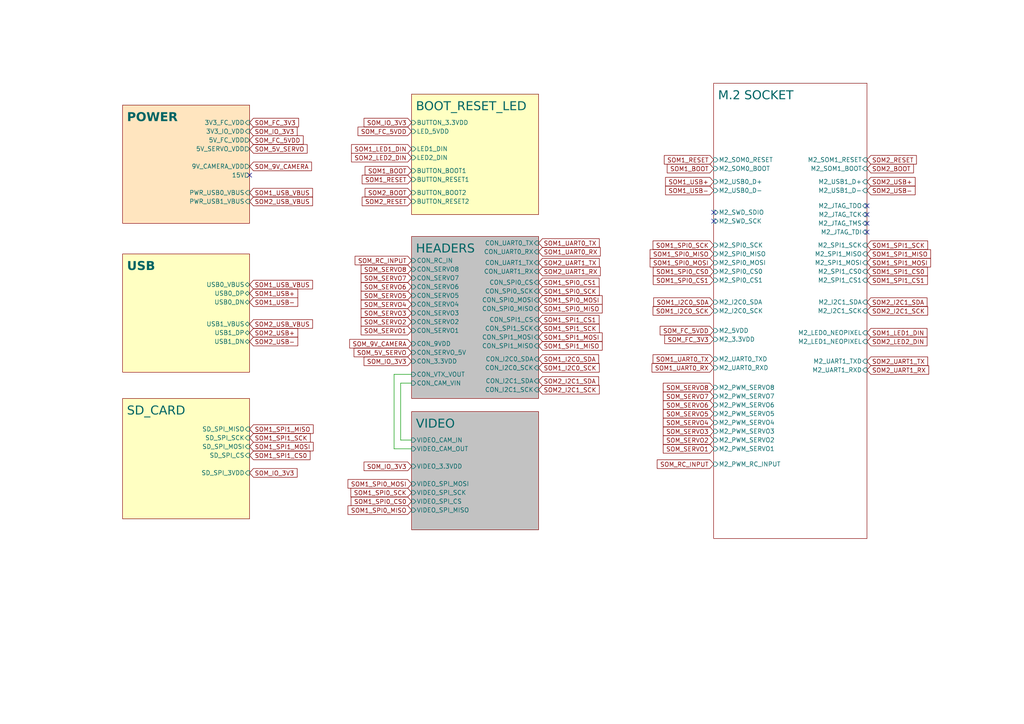
<source format=kicad_sch>
(kicad_sch
	(version 20231120)
	(generator "eeschema")
	(generator_version "8.0")
	(uuid "5f2bc0b3-3222-4ac4-baca-7f43b47f8a71")
	(paper "A4")
	(lib_symbols)
	(no_connect
		(at 251.46 67.31)
		(uuid "185d4b54-24f7-4a76-9b8e-9ceb286f5bbf")
	)
	(no_connect
		(at 251.46 64.77)
		(uuid "29193982-aeb2-456e-b5bf-946ed093683e")
	)
	(no_connect
		(at 72.39 50.8)
		(uuid "453870c0-d112-4f96-9ee5-3f5e309df49d")
	)
	(no_connect
		(at 251.46 62.23)
		(uuid "5763ee81-6829-489a-b473-e330d6585964")
	)
	(no_connect
		(at 207.01 64.135)
		(uuid "62ea4b98-bb28-48ef-a25c-0a90603f829c")
	)
	(no_connect
		(at 251.46 59.69)
		(uuid "ab89a9ad-6c11-4f83-b8da-56503ff24095")
	)
	(no_connect
		(at 207.01 61.595)
		(uuid "d8367ffe-8cc6-4b91-add4-2b5fc8d2f109")
	)
	(wire
		(pts
			(xy 114.3 130.175) (xy 119.38 130.175)
		)
		(stroke
			(width 0)
			(type default)
		)
		(uuid "3f9d68b2-4b8d-41f4-833c-39665e975116")
	)
	(wire
		(pts
			(xy 116.205 127.635) (xy 116.205 111.125)
		)
		(stroke
			(width 0)
			(type default)
		)
		(uuid "5b3fa21a-da9f-49a6-b7ec-64524068297d")
	)
	(wire
		(pts
			(xy 119.38 127.635) (xy 116.205 127.635)
		)
		(stroke
			(width 0)
			(type default)
		)
		(uuid "8e6efabd-cf60-4761-8e91-a97b684bc78f")
	)
	(wire
		(pts
			(xy 116.205 111.125) (xy 119.38 111.125)
		)
		(stroke
			(width 0)
			(type default)
		)
		(uuid "908a9871-734f-48d3-b0fb-68600881c8f4")
	)
	(wire
		(pts
			(xy 114.3 108.585) (xy 114.3 130.175)
		)
		(stroke
			(width 0)
			(type default)
		)
		(uuid "968e7cb5-da42-42f7-99cf-0acebc4163bc")
	)
	(wire
		(pts
			(xy 119.38 108.585) (xy 114.3 108.585)
		)
		(stroke
			(width 0)
			(type default)
		)
		(uuid "d353baff-c67a-4841-9959-589770023431")
	)
	(global_label "SOM1_UART0_TX"
		(shape input)
		(at 207.01 104.14 180)
		(fields_autoplaced yes)
		(effects
			(font
				(size 1.27 1.27)
			)
			(justify right)
		)
		(uuid "007bcf7f-1c7c-4ff9-8a22-c9323d1c05ff")
		(property "Intersheetrefs" "${INTERSHEET_REFS}"
			(at 188.8454 104.14 0)
			(effects
				(font
					(size 1.27 1.27)
				)
				(justify right)
				(hide yes)
			)
		)
	)
	(global_label "SOM1_BOOT"
		(shape input)
		(at 119.38 49.53 180)
		(fields_autoplaced yes)
		(effects
			(font
				(size 1.27 1.27)
			)
			(justify right)
		)
		(uuid "020257db-ebb9-4bb1-ab0e-ce7fde7f7b43")
		(property "Intersheetrefs" "${INTERSHEET_REFS}"
			(at 105.3277 49.53 0)
			(effects
				(font
					(size 1.27 1.27)
				)
				(justify right)
				(hide yes)
			)
		)
	)
	(global_label "SOM_9V_CAMERA"
		(shape input)
		(at 119.38 99.695 180)
		(fields_autoplaced yes)
		(effects
			(font
				(size 1.27 1.27)
			)
			(justify right)
		)
		(uuid "02ab9cc6-5ca1-4b8d-afa6-0d46495374d8")
		(property "Intersheetrefs" "${INTERSHEET_REFS}"
			(at 100.8525 99.695 0)
			(effects
				(font
					(size 1.27 1.27)
				)
				(justify right)
				(hide yes)
			)
		)
	)
	(global_label "SOM_IO_3V3"
		(shape input)
		(at 119.38 135.255 180)
		(fields_autoplaced yes)
		(effects
			(font
				(size 1.27 1.27)
			)
			(justify right)
		)
		(uuid "07e46331-e909-4539-a807-a7ac0f8b686b")
		(property "Intersheetrefs" "${INTERSHEET_REFS}"
			(at 105.0253 135.255 0)
			(effects
				(font
					(size 1.27 1.27)
				)
				(justify right)
				(hide yes)
			)
		)
	)
	(global_label "SOM_SERVO1"
		(shape input)
		(at 207.01 130.175 180)
		(fields_autoplaced yes)
		(effects
			(font
				(size 1.27 1.27)
			)
			(justify right)
		)
		(uuid "08a594fa-89db-4dcb-ac66-3cb40a76bb92")
		(property "Intersheetrefs" "${INTERSHEET_REFS}"
			(at 191.8087 130.175 0)
			(effects
				(font
					(size 1.27 1.27)
				)
				(justify right)
				(hide yes)
			)
		)
	)
	(global_label "SOM1_I2C0_SDA"
		(shape input)
		(at 207.01 87.63 180)
		(fields_autoplaced yes)
		(effects
			(font
				(size 1.27 1.27)
			)
			(justify right)
		)
		(uuid "0aa9a681-f829-43ed-ba6b-5cf2e93ce27e")
		(property "Intersheetrefs" "${INTERSHEET_REFS}"
			(at 189.0268 87.63 0)
			(effects
				(font
					(size 1.27 1.27)
				)
				(justify right)
				(hide yes)
			)
		)
	)
	(global_label "SOM1_SPI0_MISO"
		(shape input)
		(at 156.21 89.535 0)
		(fields_autoplaced yes)
		(effects
			(font
				(size 1.27 1.27)
			)
			(justify left)
		)
		(uuid "0cfbea0c-caa4-4bc3-9a77-7fbe28e9cc03")
		(property "Intersheetrefs" "${INTERSHEET_REFS}"
			(at 175.2213 89.535 0)
			(effects
				(font
					(size 1.27 1.27)
				)
				(justify left)
				(hide yes)
			)
		)
	)
	(global_label "SOM_SERVO8"
		(shape input)
		(at 119.38 78.105 180)
		(fields_autoplaced yes)
		(effects
			(font
				(size 1.27 1.27)
			)
			(justify right)
		)
		(uuid "0d8093c0-51ed-4567-a3df-cbaaee99867b")
		(property "Intersheetrefs" "${INTERSHEET_REFS}"
			(at 104.1787 78.105 0)
			(effects
				(font
					(size 1.27 1.27)
				)
				(justify right)
				(hide yes)
			)
		)
	)
	(global_label "SOM2_USB_VBUS"
		(shape input)
		(at 72.39 93.98 0)
		(fields_autoplaced yes)
		(effects
			(font
				(size 1.27 1.27)
			)
			(justify left)
		)
		(uuid "0f52bf25-4707-4a84-b45d-a1c139ed0fb1")
		(property "Intersheetrefs" "${INTERSHEET_REFS}"
			(at 91.2199 93.98 0)
			(effects
				(font
					(size 1.27 1.27)
				)
				(justify left)
				(hide yes)
			)
		)
	)
	(global_label "SOM1_SPI0_SCK"
		(shape input)
		(at 119.38 142.875 180)
		(fields_autoplaced yes)
		(effects
			(font
				(size 1.27 1.27)
			)
			(justify right)
		)
		(uuid "1ac6efd2-9a84-412e-bf1b-138aaea61f12")
		(property "Intersheetrefs" "${INTERSHEET_REFS}"
			(at 101.2154 142.875 0)
			(effects
				(font
					(size 1.27 1.27)
				)
				(justify right)
				(hide yes)
			)
		)
	)
	(global_label "SOM1_SPI0_MOSI"
		(shape input)
		(at 207.01 76.2 180)
		(fields_autoplaced yes)
		(effects
			(font
				(size 1.27 1.27)
			)
			(justify right)
		)
		(uuid "26863180-ae04-42b2-b220-618ea80c48af")
		(property "Intersheetrefs" "${INTERSHEET_REFS}"
			(at 187.9987 76.2 0)
			(effects
				(font
					(size 1.27 1.27)
				)
				(justify right)
				(hide yes)
			)
		)
	)
	(global_label "SOM_IO_3V3"
		(shape input)
		(at 72.39 137.16 0)
		(fields_autoplaced yes)
		(effects
			(font
				(size 1.27 1.27)
			)
			(justify left)
		)
		(uuid "26a885d8-24b8-4cbf-8687-24f4b0c0a611")
		(property "Intersheetrefs" "${INTERSHEET_REFS}"
			(at 86.7447 137.16 0)
			(effects
				(font
					(size 1.27 1.27)
				)
				(justify left)
				(hide yes)
			)
		)
	)
	(global_label "SOM_SERVO3"
		(shape input)
		(at 207.01 125.095 180)
		(fields_autoplaced yes)
		(effects
			(font
				(size 1.27 1.27)
			)
			(justify right)
		)
		(uuid "2998b3e7-5217-4596-82c6-372274725b83")
		(property "Intersheetrefs" "${INTERSHEET_REFS}"
			(at 191.8087 125.095 0)
			(effects
				(font
					(size 1.27 1.27)
				)
				(justify right)
				(hide yes)
			)
		)
	)
	(global_label "SOM1_SPI1_SCK"
		(shape input)
		(at 72.39 127 0)
		(fields_autoplaced yes)
		(effects
			(font
				(size 1.27 1.27)
			)
			(justify left)
		)
		(uuid "2a963aaa-b655-46cb-a6ee-39beae5251ab")
		(property "Intersheetrefs" "${INTERSHEET_REFS}"
			(at 90.5546 127 0)
			(effects
				(font
					(size 1.27 1.27)
				)
				(justify left)
				(hide yes)
			)
		)
	)
	(global_label "SOM_RC_INPUT"
		(shape input)
		(at 119.38 75.565 180)
		(fields_autoplaced yes)
		(effects
			(font
				(size 1.27 1.27)
			)
			(justify right)
		)
		(uuid "2e71ede0-a660-4dcd-96c7-6503ac284b32")
		(property "Intersheetrefs" "${INTERSHEET_REFS}"
			(at 102.4248 75.565 0)
			(effects
				(font
					(size 1.27 1.27)
				)
				(justify right)
				(hide yes)
			)
		)
	)
	(global_label "SOM2_UART1_RX"
		(shape input)
		(at 156.21 78.74 0)
		(fields_autoplaced yes)
		(effects
			(font
				(size 1.27 1.27)
			)
			(justify left)
		)
		(uuid "34a118c3-bef9-4172-8fa3-30301d664939")
		(property "Intersheetrefs" "${INTERSHEET_REFS}"
			(at 174.677 78.74 0)
			(effects
				(font
					(size 1.27 1.27)
				)
				(justify left)
				(hide yes)
			)
		)
	)
	(global_label "SOM1_SPI1_CS1"
		(shape input)
		(at 156.21 92.71 0)
		(fields_autoplaced yes)
		(effects
			(font
				(size 1.27 1.27)
			)
			(justify left)
		)
		(uuid "34dbba0c-f833-462e-acca-97036653c54d")
		(property "Intersheetrefs" "${INTERSHEET_REFS}"
			(at 174.3141 92.71 0)
			(effects
				(font
					(size 1.27 1.27)
				)
				(justify left)
				(hide yes)
			)
		)
	)
	(global_label "SOM2_LED2_DIN"
		(shape input)
		(at 119.38 45.72 180)
		(fields_autoplaced yes)
		(effects
			(font
				(size 1.27 1.27)
			)
			(justify right)
		)
		(uuid "35170a9f-be19-45d0-b9c4-0383ac5827b1")
		(property "Intersheetrefs" "${INTERSHEET_REFS}"
			(at 101.3968 45.72 0)
			(effects
				(font
					(size 1.27 1.27)
				)
				(justify right)
				(hide yes)
			)
		)
	)
	(global_label "SOM_SERVO2"
		(shape input)
		(at 119.38 93.345 180)
		(fields_autoplaced yes)
		(effects
			(font
				(size 1.27 1.27)
			)
			(justify right)
		)
		(uuid "378fbde1-b5d9-49a2-8766-66a202bf3b7c")
		(property "Intersheetrefs" "${INTERSHEET_REFS}"
			(at 104.1787 93.345 0)
			(effects
				(font
					(size 1.27 1.27)
				)
				(justify right)
				(hide yes)
			)
		)
	)
	(global_label "SOM1_SPI1_MOSI"
		(shape input)
		(at 251.46 76.2 0)
		(fields_autoplaced yes)
		(effects
			(font
				(size 1.27 1.27)
			)
			(justify left)
		)
		(uuid "3bf87048-51cf-4481-9789-0dc27fdb04d4")
		(property "Intersheetrefs" "${INTERSHEET_REFS}"
			(at 270.4713 76.2 0)
			(effects
				(font
					(size 1.27 1.27)
				)
				(justify left)
				(hide yes)
			)
		)
	)
	(global_label "SOM_SERVO5"
		(shape input)
		(at 119.38 85.725 180)
		(fields_autoplaced yes)
		(effects
			(font
				(size 1.27 1.27)
			)
			(justify right)
		)
		(uuid "4024af30-aa13-4542-8aec-9daf85ae7e55")
		(property "Intersheetrefs" "${INTERSHEET_REFS}"
			(at 104.1787 85.725 0)
			(effects
				(font
					(size 1.27 1.27)
				)
				(justify right)
				(hide yes)
			)
		)
	)
	(global_label "SOM1_SPI0_MOSI"
		(shape input)
		(at 119.38 140.335 180)
		(fields_autoplaced yes)
		(effects
			(font
				(size 1.27 1.27)
			)
			(justify right)
		)
		(uuid "469d8914-79e5-4bde-ac40-a268471b6697")
		(property "Intersheetrefs" "${INTERSHEET_REFS}"
			(at 100.3687 140.335 0)
			(effects
				(font
					(size 1.27 1.27)
				)
				(justify right)
				(hide yes)
			)
		)
	)
	(global_label "SOM_SERVO2"
		(shape input)
		(at 207.01 127.635 180)
		(fields_autoplaced yes)
		(effects
			(font
				(size 1.27 1.27)
			)
			(justify right)
		)
		(uuid "491ed614-e881-43d8-a110-cc6f5389175c")
		(property "Intersheetrefs" "${INTERSHEET_REFS}"
			(at 191.8087 127.635 0)
			(effects
				(font
					(size 1.27 1.27)
				)
				(justify right)
				(hide yes)
			)
		)
	)
	(global_label "SOM1_SPI1_SCK"
		(shape input)
		(at 251.46 71.12 0)
		(fields_autoplaced yes)
		(effects
			(font
				(size 1.27 1.27)
			)
			(justify left)
		)
		(uuid "4f0ac1ea-d0a7-46d3-a9f3-287493f0b235")
		(property "Intersheetrefs" "${INTERSHEET_REFS}"
			(at 269.6246 71.12 0)
			(effects
				(font
					(size 1.27 1.27)
				)
				(justify left)
				(hide yes)
			)
		)
	)
	(global_label "SOM1_USB_VBUS"
		(shape input)
		(at 72.39 82.55 0)
		(fields_autoplaced yes)
		(effects
			(font
				(size 1.27 1.27)
			)
			(justify left)
		)
		(uuid "5180e1f4-2dbe-499c-8bb9-1e5d490aad31")
		(property "Intersheetrefs" "${INTERSHEET_REFS}"
			(at 91.2199 82.55 0)
			(effects
				(font
					(size 1.27 1.27)
				)
				(justify left)
				(hide yes)
			)
		)
	)
	(global_label "SOM2_USB-"
		(shape input)
		(at 72.39 99.06 0)
		(fields_autoplaced yes)
		(effects
			(font
				(size 1.27 1.27)
			)
			(justify left)
		)
		(uuid "554da969-cb8a-417a-8a6f-ca95b87e4f24")
		(property "Intersheetrefs" "${INTERSHEET_REFS}"
			(at 86.9261 99.06 0)
			(effects
				(font
					(size 1.27 1.27)
				)
				(justify left)
				(hide yes)
			)
		)
	)
	(global_label "SOM1_SPI0_MOSI"
		(shape input)
		(at 156.21 86.995 0)
		(fields_autoplaced yes)
		(effects
			(font
				(size 1.27 1.27)
			)
			(justify left)
		)
		(uuid "5649a08b-72b9-4ed7-8820-754d99402101")
		(property "Intersheetrefs" "${INTERSHEET_REFS}"
			(at 175.2213 86.995 0)
			(effects
				(font
					(size 1.27 1.27)
				)
				(justify left)
				(hide yes)
			)
		)
	)
	(global_label "SOM1_BOOT"
		(shape input)
		(at 207.01 48.895 180)
		(fields_autoplaced yes)
		(effects
			(font
				(size 1.27 1.27)
			)
			(justify right)
		)
		(uuid "57238d9d-064c-4d81-bcb0-8e54bbdea371")
		(property "Intersheetrefs" "${INTERSHEET_REFS}"
			(at 192.9577 48.895 0)
			(effects
				(font
					(size 1.27 1.27)
				)
				(justify right)
				(hide yes)
			)
		)
	)
	(global_label "SOM_FC_3V3"
		(shape input)
		(at 72.39 35.56 0)
		(fields_autoplaced yes)
		(effects
			(font
				(size 1.27 1.27)
			)
			(justify left)
		)
		(uuid "57d3c98f-865d-47a0-b5c5-ae046d2e16ba")
		(property "Intersheetrefs" "${INTERSHEET_REFS}"
			(at 87.168 35.56 0)
			(effects
				(font
					(size 1.27 1.27)
				)
				(justify left)
				(hide yes)
			)
		)
	)
	(global_label "SOM1_SPI1_MOSI"
		(shape input)
		(at 72.39 129.54 0)
		(fields_autoplaced yes)
		(effects
			(font
				(size 1.27 1.27)
			)
			(justify left)
		)
		(uuid "58a49d8c-76e6-4c99-9be4-f5b6bdf09519")
		(property "Intersheetrefs" "${INTERSHEET_REFS}"
			(at 91.4013 129.54 0)
			(effects
				(font
					(size 1.27 1.27)
				)
				(justify left)
				(hide yes)
			)
		)
	)
	(global_label "SOM1_SPI1_SCK"
		(shape input)
		(at 156.21 95.25 0)
		(fields_autoplaced yes)
		(effects
			(font
				(size 1.27 1.27)
			)
			(justify left)
		)
		(uuid "5d830868-e501-4dc3-9c92-a9e7b174f622")
		(property "Intersheetrefs" "${INTERSHEET_REFS}"
			(at 174.3746 95.25 0)
			(effects
				(font
					(size 1.27 1.27)
				)
				(justify left)
				(hide yes)
			)
		)
	)
	(global_label "SOM1_SPI0_SCK"
		(shape input)
		(at 156.21 84.455 0)
		(fields_autoplaced yes)
		(effects
			(font
				(size 1.27 1.27)
			)
			(justify left)
		)
		(uuid "5eec5067-7768-466d-b3cd-34ddf31e2383")
		(property "Intersheetrefs" "${INTERSHEET_REFS}"
			(at 174.3746 84.455 0)
			(effects
				(font
					(size 1.27 1.27)
				)
				(justify left)
				(hide yes)
			)
		)
	)
	(global_label "SOM_SERVO7"
		(shape input)
		(at 119.38 80.645 180)
		(fields_autoplaced yes)
		(effects
			(font
				(size 1.27 1.27)
			)
			(justify right)
		)
		(uuid "5f6f115f-b3de-4b89-a702-a8fa6db35ca3")
		(property "Intersheetrefs" "${INTERSHEET_REFS}"
			(at 104.1787 80.645 0)
			(effects
				(font
					(size 1.27 1.27)
				)
				(justify right)
				(hide yes)
			)
		)
	)
	(global_label "SOM1_LED1_DIN"
		(shape input)
		(at 251.46 96.52 0)
		(fields_autoplaced yes)
		(effects
			(font
				(size 1.27 1.27)
			)
			(justify left)
		)
		(uuid "5fe1b2fd-4036-4fc1-92dc-a3d94f56b155")
		(property "Intersheetrefs" "${INTERSHEET_REFS}"
			(at 269.4432 96.52 0)
			(effects
				(font
					(size 1.27 1.27)
				)
				(justify left)
				(hide yes)
			)
		)
	)
	(global_label "SOM_5V_SERVO"
		(shape input)
		(at 72.39 43.18 0)
		(fields_autoplaced yes)
		(effects
			(font
				(size 1.27 1.27)
			)
			(justify left)
		)
		(uuid "6617450f-6639-40a9-b92e-ec1401906dc1")
		(property "Intersheetrefs" "${INTERSHEET_REFS}"
			(at 89.6475 43.18 0)
			(effects
				(font
					(size 1.27 1.27)
				)
				(justify left)
				(hide yes)
			)
		)
	)
	(global_label "SOM_SERVO3"
		(shape input)
		(at 119.38 90.805 180)
		(fields_autoplaced yes)
		(effects
			(font
				(size 1.27 1.27)
			)
			(justify right)
		)
		(uuid "6631d9e4-c9e6-4984-8eb8-2c5c8c623b3e")
		(property "Intersheetrefs" "${INTERSHEET_REFS}"
			(at 104.1787 90.805 0)
			(effects
				(font
					(size 1.27 1.27)
				)
				(justify right)
				(hide yes)
			)
		)
	)
	(global_label "SOM_FC_5VDD"
		(shape input)
		(at 119.38 38.1 180)
		(fields_autoplaced yes)
		(effects
			(font
				(size 1.27 1.27)
			)
			(justify right)
		)
		(uuid "68726d3f-b0a4-4b85-b466-747adb50bb86")
		(property "Intersheetrefs" "${INTERSHEET_REFS}"
			(at 103.2715 38.1 0)
			(effects
				(font
					(size 1.27 1.27)
				)
				(justify right)
				(hide yes)
			)
		)
	)
	(global_label "SOM2_BOOT"
		(shape input)
		(at 251.46 48.895 0)
		(fields_autoplaced yes)
		(effects
			(font
				(size 1.27 1.27)
			)
			(justify left)
		)
		(uuid "69fd10e9-0f44-4f2e-a425-3f85f3701114")
		(property "Intersheetrefs" "${INTERSHEET_REFS}"
			(at 265.5123 48.895 0)
			(effects
				(font
					(size 1.27 1.27)
				)
				(justify left)
				(hide yes)
			)
		)
	)
	(global_label "SOM2_USB-"
		(shape input)
		(at 251.46 55.245 0)
		(fields_autoplaced yes)
		(effects
			(font
				(size 1.27 1.27)
			)
			(justify left)
		)
		(uuid "70e6bb94-6af2-4ab4-a5cb-12c8d6ec07ae")
		(property "Intersheetrefs" "${INTERSHEET_REFS}"
			(at 265.9961 55.245 0)
			(effects
				(font
					(size 1.27 1.27)
				)
				(justify left)
				(hide yes)
			)
		)
	)
	(global_label "SOM1_SPI1_MISO"
		(shape input)
		(at 72.39 124.46 0)
		(fields_autoplaced yes)
		(effects
			(font
				(size 1.27 1.27)
			)
			(justify left)
		)
		(uuid "72a75615-734b-4ce4-aa16-560831dcd792")
		(property "Intersheetrefs" "${INTERSHEET_REFS}"
			(at 91.4013 124.46 0)
			(effects
				(font
					(size 1.27 1.27)
				)
				(justify left)
				(hide yes)
			)
		)
	)
	(global_label "SOM2_LED2_DIN"
		(shape input)
		(at 251.46 99.06 0)
		(fields_autoplaced yes)
		(effects
			(font
				(size 1.27 1.27)
			)
			(justify left)
		)
		(uuid "76509097-cc64-4f6e-bd93-9ee1b8e11e02")
		(property "Intersheetrefs" "${INTERSHEET_REFS}"
			(at 269.4432 99.06 0)
			(effects
				(font
					(size 1.27 1.27)
				)
				(justify left)
				(hide yes)
			)
		)
	)
	(global_label "SOM_9V_CAMERA"
		(shape input)
		(at 72.39 48.26 0)
		(fields_autoplaced yes)
		(effects
			(font
				(size 1.27 1.27)
			)
			(justify left)
		)
		(uuid "786d0fc1-f27a-4717-8eed-42cb60e07d56")
		(property "Intersheetrefs" "${INTERSHEET_REFS}"
			(at 90.9175 48.26 0)
			(effects
				(font
					(size 1.27 1.27)
				)
				(justify left)
				(hide yes)
			)
		)
	)
	(global_label "SOM1_UART0_RX"
		(shape input)
		(at 156.21 73.025 0)
		(fields_autoplaced yes)
		(effects
			(font
				(size 1.27 1.27)
			)
			(justify left)
		)
		(uuid "815eab3c-413c-4a56-a955-d0d16a8ecd80")
		(property "Intersheetrefs" "${INTERSHEET_REFS}"
			(at 174.677 73.025 0)
			(effects
				(font
					(size 1.27 1.27)
				)
				(justify left)
				(hide yes)
			)
		)
	)
	(global_label "SOM1_USB+"
		(shape input)
		(at 72.39 85.09 0)
		(fields_autoplaced yes)
		(effects
			(font
				(size 1.27 1.27)
			)
			(justify left)
		)
		(uuid "81a38b0d-5d15-470b-8dfe-49daf8757aa7")
		(property "Intersheetrefs" "${INTERSHEET_REFS}"
			(at 86.9261 85.09 0)
			(effects
				(font
					(size 1.27 1.27)
				)
				(justify left)
				(hide yes)
			)
		)
	)
	(global_label "SOM_SERVO8"
		(shape input)
		(at 207.01 112.395 180)
		(fields_autoplaced yes)
		(effects
			(font
				(size 1.27 1.27)
			)
			(justify right)
		)
		(uuid "866e7b28-dd5d-44b8-8081-7b9bd5776e5a")
		(property "Intersheetrefs" "${INTERSHEET_REFS}"
			(at 191.8087 112.395 0)
			(effects
				(font
					(size 1.27 1.27)
				)
				(justify right)
				(hide yes)
			)
		)
	)
	(global_label "SOM1_SPI0_CS1"
		(shape input)
		(at 156.21 81.915 0)
		(fields_autoplaced yes)
		(effects
			(font
				(size 1.27 1.27)
			)
			(justify left)
		)
		(uuid "8a56dffe-96fc-4fda-9165-455cd6a003a9")
		(property "Intersheetrefs" "${INTERSHEET_REFS}"
			(at 174.3141 81.915 0)
			(effects
				(font
					(size 1.27 1.27)
				)
				(justify left)
				(hide yes)
			)
		)
	)
	(global_label "SOM1_USB-"
		(shape input)
		(at 72.39 87.63 0)
		(fields_autoplaced yes)
		(effects
			(font
				(size 1.27 1.27)
			)
			(justify left)
		)
		(uuid "8aece022-b3fa-44dc-8850-7eb72d642572")
		(property "Intersheetrefs" "${INTERSHEET_REFS}"
			(at 86.9261 87.63 0)
			(effects
				(font
					(size 1.27 1.27)
				)
				(justify left)
				(hide yes)
			)
		)
	)
	(global_label "SOM1_SPI1_CS1"
		(shape input)
		(at 251.46 81.28 0)
		(fields_autoplaced yes)
		(effects
			(font
				(size 1.27 1.27)
			)
			(justify left)
		)
		(uuid "8fe26c0c-d7fa-4740-a6c2-010fa3f3ec69")
		(property "Intersheetrefs" "${INTERSHEET_REFS}"
			(at 269.5641 81.28 0)
			(effects
				(font
					(size 1.27 1.27)
				)
				(justify left)
				(hide yes)
			)
		)
	)
	(global_label "SOM_IO_3V3"
		(shape input)
		(at 72.39 38.1 0)
		(fields_autoplaced yes)
		(effects
			(font
				(size 1.27 1.27)
			)
			(justify left)
		)
		(uuid "93b7cc60-803f-41f3-9afa-1d7cf7e9349d")
		(property "Intersheetrefs" "${INTERSHEET_REFS}"
			(at 86.7447 38.1 0)
			(effects
				(font
					(size 1.27 1.27)
				)
				(justify left)
				(hide yes)
			)
		)
	)
	(global_label "SOM1_LED1_DIN"
		(shape input)
		(at 119.38 43.18 180)
		(fields_autoplaced yes)
		(effects
			(font
				(size 1.27 1.27)
			)
			(justify right)
		)
		(uuid "93ce6fca-6adc-423f-919a-4b9b58ac122e")
		(property "Intersheetrefs" "${INTERSHEET_REFS}"
			(at 101.3968 43.18 0)
			(effects
				(font
					(size 1.27 1.27)
				)
				(justify right)
				(hide yes)
			)
		)
	)
	(global_label "SOM1_SPI1_CS0"
		(shape input)
		(at 72.39 132.08 0)
		(fields_autoplaced yes)
		(effects
			(font
				(size 1.27 1.27)
			)
			(justify left)
		)
		(uuid "94dc8a9d-67c1-4edc-b8f2-40d3dcd65f65")
		(property "Intersheetrefs" "${INTERSHEET_REFS}"
			(at 90.4941 132.08 0)
			(effects
				(font
					(size 1.27 1.27)
				)
				(justify left)
				(hide yes)
			)
		)
	)
	(global_label "SOM_FC_3V3"
		(shape input)
		(at 207.01 98.425 180)
		(fields_autoplaced yes)
		(effects
			(font
				(size 1.27 1.27)
			)
			(justify right)
		)
		(uuid "95f0a785-c365-4a10-8646-e1c536ad2748")
		(property "Intersheetrefs" "${INTERSHEET_REFS}"
			(at 192.232 98.425 0)
			(effects
				(font
					(size 1.27 1.27)
				)
				(justify right)
				(hide yes)
			)
		)
	)
	(global_label "SOM1_USB_VBUS"
		(shape input)
		(at 72.39 55.88 0)
		(fields_autoplaced yes)
		(effects
			(font
				(size 1.27 1.27)
			)
			(justify left)
		)
		(uuid "969e6ac9-c73e-4532-b057-6ce538b745f0")
		(property "Intersheetrefs" "${INTERSHEET_REFS}"
			(at 91.2199 55.88 0)
			(effects
				(font
					(size 1.27 1.27)
				)
				(justify left)
				(hide yes)
			)
		)
	)
	(global_label "SOM1_USB-"
		(shape input)
		(at 207.01 55.245 180)
		(fields_autoplaced yes)
		(effects
			(font
				(size 1.27 1.27)
			)
			(justify right)
		)
		(uuid "97c19692-8114-4d81-94eb-369916274800")
		(property "Intersheetrefs" "${INTERSHEET_REFS}"
			(at 192.4739 55.245 0)
			(effects
				(font
					(size 1.27 1.27)
				)
				(justify right)
				(hide yes)
			)
		)
	)
	(global_label "SOM2_USB+"
		(shape input)
		(at 72.39 96.52 0)
		(fields_autoplaced yes)
		(effects
			(font
				(size 1.27 1.27)
			)
			(justify left)
		)
		(uuid "99f94921-b56b-4254-94f6-90d268e647b0")
		(property "Intersheetrefs" "${INTERSHEET_REFS}"
			(at 86.9261 96.52 0)
			(effects
				(font
					(size 1.27 1.27)
				)
				(justify left)
				(hide yes)
			)
		)
	)
	(global_label "SOM1_UART0_TX"
		(shape input)
		(at 156.21 70.485 0)
		(fields_autoplaced yes)
		(effects
			(font
				(size 1.27 1.27)
			)
			(justify left)
		)
		(uuid "9a5afbb9-7c6b-4d00-8ef4-dfbc79beb8e2")
		(property "Intersheetrefs" "${INTERSHEET_REFS}"
			(at 174.3746 70.485 0)
			(effects
				(font
					(size 1.27 1.27)
				)
				(justify left)
				(hide yes)
			)
		)
	)
	(global_label "SOM2_USB+"
		(shape input)
		(at 251.46 52.705 0)
		(fields_autoplaced yes)
		(effects
			(font
				(size 1.27 1.27)
			)
			(justify left)
		)
		(uuid "9cd83db2-66fc-4b18-9e8c-19efbf44f689")
		(property "Intersheetrefs" "${INTERSHEET_REFS}"
			(at 265.9961 52.705 0)
			(effects
				(font
					(size 1.27 1.27)
				)
				(justify left)
				(hide yes)
			)
		)
	)
	(global_label "SOM_SERVO7"
		(shape input)
		(at 207.01 114.935 180)
		(fields_autoplaced yes)
		(effects
			(font
				(size 1.27 1.27)
			)
			(justify right)
		)
		(uuid "9de8a1f0-cacb-404f-b27b-8648e21a3c4a")
		(property "Intersheetrefs" "${INTERSHEET_REFS}"
			(at 191.8087 114.935 0)
			(effects
				(font
					(size 1.27 1.27)
				)
				(justify right)
				(hide yes)
			)
		)
	)
	(global_label "SOM1_SPI0_CS1"
		(shape input)
		(at 207.01 81.28 180)
		(fields_autoplaced yes)
		(effects
			(font
				(size 1.27 1.27)
			)
			(justify right)
		)
		(uuid "9e59a0bb-37f3-401d-9c16-940ba3c00de9")
		(property "Intersheetrefs" "${INTERSHEET_REFS}"
			(at 188.9059 81.28 0)
			(effects
				(font
					(size 1.27 1.27)
				)
				(justify right)
				(hide yes)
			)
		)
	)
	(global_label "SOM2_USB_VBUS"
		(shape input)
		(at 72.39 58.42 0)
		(fields_autoplaced yes)
		(effects
			(font
				(size 1.27 1.27)
			)
			(justify left)
		)
		(uuid "a100512e-a3e6-4c44-8e83-ab5b0d00c6f4")
		(property "Intersheetrefs" "${INTERSHEET_REFS}"
			(at 91.2199 58.42 0)
			(effects
				(font
					(size 1.27 1.27)
				)
				(justify left)
				(hide yes)
			)
		)
	)
	(global_label "SOM_SERVO6"
		(shape input)
		(at 119.38 83.185 180)
		(fields_autoplaced yes)
		(effects
			(font
				(size 1.27 1.27)
			)
			(justify right)
		)
		(uuid "a5ef2324-7009-45c0-bf24-07407a898c0e")
		(property "Intersheetrefs" "${INTERSHEET_REFS}"
			(at 104.1787 83.185 0)
			(effects
				(font
					(size 1.27 1.27)
				)
				(justify right)
				(hide yes)
			)
		)
	)
	(global_label "SOM_SERVO6"
		(shape input)
		(at 207.01 117.475 180)
		(fields_autoplaced yes)
		(effects
			(font
				(size 1.27 1.27)
			)
			(justify right)
		)
		(uuid "a6a96364-b036-4384-9f1f-7e81bae43e86")
		(property "Intersheetrefs" "${INTERSHEET_REFS}"
			(at 191.8087 117.475 0)
			(effects
				(font
					(size 1.27 1.27)
				)
				(justify right)
				(hide yes)
			)
		)
	)
	(global_label "SOM1_SPI1_MISO"
		(shape input)
		(at 156.21 100.33 0)
		(fields_autoplaced yes)
		(effects
			(font
				(size 1.27 1.27)
			)
			(justify left)
		)
		(uuid "a6b4c4d0-815a-45af-83d5-9546d5f80ecd")
		(property "Intersheetrefs" "${INTERSHEET_REFS}"
			(at 175.2213 100.33 0)
			(effects
				(font
					(size 1.27 1.27)
				)
				(justify left)
				(hide yes)
			)
		)
	)
	(global_label "SOM2_BOOT"
		(shape input)
		(at 119.38 55.88 180)
		(fields_autoplaced yes)
		(effects
			(font
				(size 1.27 1.27)
			)
			(justify right)
		)
		(uuid "a8043e1e-11e9-4244-b56a-ef13fee05ebd")
		(property "Intersheetrefs" "${INTERSHEET_REFS}"
			(at 105.3277 55.88 0)
			(effects
				(font
					(size 1.27 1.27)
				)
				(justify right)
				(hide yes)
			)
		)
	)
	(global_label "SOM1_SPI0_MISO"
		(shape input)
		(at 119.38 147.955 180)
		(fields_autoplaced yes)
		(effects
			(font
				(size 1.27 1.27)
			)
			(justify right)
		)
		(uuid "a8824ca5-6748-4b1b-86fc-288b4a99ac25")
		(property "Intersheetrefs" "${INTERSHEET_REFS}"
			(at 100.3687 147.955 0)
			(effects
				(font
					(size 1.27 1.27)
				)
				(justify right)
				(hide yes)
			)
		)
	)
	(global_label "SOM1_UART0_RX"
		(shape input)
		(at 207.01 106.68 180)
		(fields_autoplaced yes)
		(effects
			(font
				(size 1.27 1.27)
			)
			(justify right)
		)
		(uuid "ab752327-a4b0-48e0-a0b6-8bd1b631ca84")
		(property "Intersheetrefs" "${INTERSHEET_REFS}"
			(at 188.543 106.68 0)
			(effects
				(font
					(size 1.27 1.27)
				)
				(justify right)
				(hide yes)
			)
		)
	)
	(global_label "SOM_RC_INPUT"
		(shape input)
		(at 207.01 134.62 180)
		(fields_autoplaced yes)
		(effects
			(font
				(size 1.27 1.27)
			)
			(justify right)
		)
		(uuid "adf78e75-92c5-41a3-b55b-4c981dff8c5b")
		(property "Intersheetrefs" "${INTERSHEET_REFS}"
			(at 190.0548 134.62 0)
			(effects
				(font
					(size 1.27 1.27)
				)
				(justify right)
				(hide yes)
			)
		)
	)
	(global_label "SOM1_USB+"
		(shape input)
		(at 207.01 52.705 180)
		(fields_autoplaced yes)
		(effects
			(font
				(size 1.27 1.27)
			)
			(justify right)
		)
		(uuid "b10c5698-e0a1-4f5b-ae9b-6f59f2ee8ab1")
		(property "Intersheetrefs" "${INTERSHEET_REFS}"
			(at 192.4739 52.705 0)
			(effects
				(font
					(size 1.27 1.27)
				)
				(justify right)
				(hide yes)
			)
		)
	)
	(global_label "SOM_SERVO5"
		(shape input)
		(at 207.01 120.015 180)
		(fields_autoplaced yes)
		(effects
			(font
				(size 1.27 1.27)
			)
			(justify right)
		)
		(uuid "b25f6c35-ea3d-4b1c-9fc1-bcfc56d655aa")
		(property "Intersheetrefs" "${INTERSHEET_REFS}"
			(at 191.8087 120.015 0)
			(effects
				(font
					(size 1.27 1.27)
				)
				(justify right)
				(hide yes)
			)
		)
	)
	(global_label "SOM2_RESET"
		(shape input)
		(at 119.38 58.42 180)
		(fields_autoplaced yes)
		(effects
			(font
				(size 1.27 1.27)
			)
			(justify right)
		)
		(uuid "b2b97a49-9453-4032-b0ac-c5d82b390386")
		(property "Intersheetrefs" "${INTERSHEET_REFS}"
			(at 104.4812 58.42 0)
			(effects
				(font
					(size 1.27 1.27)
				)
				(justify right)
				(hide yes)
			)
		)
	)
	(global_label "SOM_IO_3V3"
		(shape input)
		(at 119.38 35.56 180)
		(fields_autoplaced yes)
		(effects
			(font
				(size 1.27 1.27)
			)
			(justify right)
		)
		(uuid "bcb82ba8-a3a6-4749-82f9-8bf1ef6ea56d")
		(property "Intersheetrefs" "${INTERSHEET_REFS}"
			(at 105.0253 35.56 0)
			(effects
				(font
					(size 1.27 1.27)
				)
				(justify right)
				(hide yes)
			)
		)
	)
	(global_label "SOM1_SPI1_MOSI"
		(shape input)
		(at 156.21 97.79 0)
		(fields_autoplaced yes)
		(effects
			(font
				(size 1.27 1.27)
			)
			(justify left)
		)
		(uuid "bf3ca477-f8ed-47b6-bde0-8cb8031bdaf4")
		(property "Intersheetrefs" "${INTERSHEET_REFS}"
			(at 175.2213 97.79 0)
			(effects
				(font
					(size 1.27 1.27)
				)
				(justify left)
				(hide yes)
			)
		)
	)
	(global_label "SOM1_I2C0_SCK"
		(shape input)
		(at 207.01 90.17 180)
		(fields_autoplaced yes)
		(effects
			(font
				(size 1.27 1.27)
			)
			(justify right)
		)
		(uuid "bfc25c0f-6942-4873-9577-e09ca40d9ba6")
		(property "Intersheetrefs" "${INTERSHEET_REFS}"
			(at 188.8454 90.17 0)
			(effects
				(font
					(size 1.27 1.27)
				)
				(justify right)
				(hide yes)
			)
		)
	)
	(global_label "SOM1_SPI1_CS0"
		(shape input)
		(at 251.46 78.74 0)
		(fields_autoplaced yes)
		(effects
			(font
				(size 1.27 1.27)
			)
			(justify left)
		)
		(uuid "c0a7bf7e-9d76-43f3-bdd1-c3cb88e21951")
		(property "Intersheetrefs" "${INTERSHEET_REFS}"
			(at 269.5641 78.74 0)
			(effects
				(font
					(size 1.27 1.27)
				)
				(justify left)
				(hide yes)
			)
		)
	)
	(global_label "SOM1_SPI0_SCK"
		(shape input)
		(at 207.01 71.12 180)
		(fields_autoplaced yes)
		(effects
			(font
				(size 1.27 1.27)
			)
			(justify right)
		)
		(uuid "c2fc3585-753e-4816-a4d6-01a17dbaba44")
		(property "Intersheetrefs" "${INTERSHEET_REFS}"
			(at 188.8454 71.12 0)
			(effects
				(font
					(size 1.27 1.27)
				)
				(justify right)
				(hide yes)
			)
		)
	)
	(global_label "SOM1_SPI1_MISO"
		(shape input)
		(at 251.46 73.66 0)
		(fields_autoplaced yes)
		(effects
			(font
				(size 1.27 1.27)
			)
			(justify left)
		)
		(uuid "cabfdced-0052-467d-b8e8-2ef9680e3617")
		(property "Intersheetrefs" "${INTERSHEET_REFS}"
			(at 270.4713 73.66 0)
			(effects
				(font
					(size 1.27 1.27)
				)
				(justify left)
				(hide yes)
			)
		)
	)
	(global_label "SOM1_I2C0_SCK"
		(shape input)
		(at 156.21 106.68 0)
		(fields_autoplaced yes)
		(effects
			(font
				(size 1.27 1.27)
			)
			(justify left)
		)
		(uuid "cb9d2e26-4e94-4706-ad11-b7a1a998db97")
		(property "Intersheetrefs" "${INTERSHEET_REFS}"
			(at 174.3746 106.68 0)
			(effects
				(font
					(size 1.27 1.27)
				)
				(justify left)
				(hide yes)
			)
		)
	)
	(global_label "SOM_FC_5VDD"
		(shape input)
		(at 207.01 95.885 180)
		(fields_autoplaced yes)
		(effects
			(font
				(size 1.27 1.27)
			)
			(justify right)
		)
		(uuid "cdcf6f2b-6147-410b-b478-862c34c4d740")
		(property "Intersheetrefs" "${INTERSHEET_REFS}"
			(at 190.9015 95.885 0)
			(effects
				(font
					(size 1.27 1.27)
				)
				(justify right)
				(hide yes)
			)
		)
	)
	(global_label "SOM_SERVO4"
		(shape input)
		(at 119.38 88.265 180)
		(fields_autoplaced yes)
		(effects
			(font
				(size 1.27 1.27)
			)
			(justify right)
		)
		(uuid "d2444fc9-cb25-4482-b4d0-2718cfbe7bdb")
		(property "Intersheetrefs" "${INTERSHEET_REFS}"
			(at 104.1787 88.265 0)
			(effects
				(font
					(size 1.27 1.27)
				)
				(justify right)
				(hide yes)
			)
		)
	)
	(global_label "SOM2_UART1_RX"
		(shape input)
		(at 251.46 107.315 0)
		(fields_autoplaced yes)
		(effects
			(font
				(size 1.27 1.27)
			)
			(justify left)
		)
		(uuid "d29072f2-fff0-40d8-ab3f-01fd8c3cd8e3")
		(property "Intersheetrefs" "${INTERSHEET_REFS}"
			(at 269.927 107.315 0)
			(effects
				(font
					(size 1.27 1.27)
				)
				(justify left)
				(hide yes)
			)
		)
	)
	(global_label "SOM2_RESET"
		(shape input)
		(at 251.46 46.355 0)
		(fields_autoplaced yes)
		(effects
			(font
				(size 1.27 1.27)
			)
			(justify left)
		)
		(uuid "d3e764ed-173c-4079-a3f2-320ebadc75db")
		(property "Intersheetrefs" "${INTERSHEET_REFS}"
			(at 266.3588 46.355 0)
			(effects
				(font
					(size 1.27 1.27)
				)
				(justify left)
				(hide yes)
			)
		)
	)
	(global_label "SOM1_SPI0_CS0"
		(shape input)
		(at 207.01 78.74 180)
		(fields_autoplaced yes)
		(effects
			(font
				(size 1.27 1.27)
			)
			(justify right)
		)
		(uuid "d4ee4837-91bc-4720-aa1a-0901e8f8c5c9")
		(property "Intersheetrefs" "${INTERSHEET_REFS}"
			(at 188.9059 78.74 0)
			(effects
				(font
					(size 1.27 1.27)
				)
				(justify right)
				(hide yes)
			)
		)
	)
	(global_label "SOM2_UART1_TX"
		(shape input)
		(at 156.21 76.2 0)
		(fields_autoplaced yes)
		(effects
			(font
				(size 1.27 1.27)
			)
			(justify left)
		)
		(uuid "db30b72a-5242-4e87-bb87-c7f22f4905ba")
		(property "Intersheetrefs" "${INTERSHEET_REFS}"
			(at 174.3746 76.2 0)
			(effects
				(font
					(size 1.27 1.27)
				)
				(justify left)
				(hide yes)
			)
		)
	)
	(global_label "SOM2_I2C1_SDA"
		(shape input)
		(at 156.21 110.49 0)
		(fields_autoplaced yes)
		(effects
			(font
				(size 1.27 1.27)
			)
			(justify left)
		)
		(uuid "e09ef144-e5d9-4e5e-b330-7fb3e1f41c4b")
		(property "Intersheetrefs" "${INTERSHEET_REFS}"
			(at 174.1932 110.49 0)
			(effects
				(font
					(size 1.27 1.27)
				)
				(justify left)
				(hide yes)
			)
		)
	)
	(global_label "SOM1_SPI0_CS0"
		(shape input)
		(at 119.38 145.415 180)
		(fields_autoplaced yes)
		(effects
			(font
				(size 1.27 1.27)
			)
			(justify right)
		)
		(uuid "e0c54d17-5dc5-42ac-a0c7-891bd52d51a1")
		(property "Intersheetrefs" "${INTERSHEET_REFS}"
			(at 101.2759 145.415 0)
			(effects
				(font
					(size 1.27 1.27)
				)
				(justify right)
				(hide yes)
			)
		)
	)
	(global_label "SOM_SERVO4"
		(shape input)
		(at 207.01 122.555 180)
		(fields_autoplaced yes)
		(effects
			(font
				(size 1.27 1.27)
			)
			(justify right)
		)
		(uuid "e3b2b314-dc5d-4b41-bf08-987619f15214")
		(property "Intersheetrefs" "${INTERSHEET_REFS}"
			(at 191.8087 122.555 0)
			(effects
				(font
					(size 1.27 1.27)
				)
				(justify right)
				(hide yes)
			)
		)
	)
	(global_label "SOM1_SPI0_MISO"
		(shape input)
		(at 207.01 73.66 180)
		(fields_autoplaced yes)
		(effects
			(font
				(size 1.27 1.27)
			)
			(justify right)
		)
		(uuid "e66bdb1b-03bd-4541-85d8-19dde656b9de")
		(property "Intersheetrefs" "${INTERSHEET_REFS}"
			(at 187.9987 73.66 0)
			(effects
				(font
					(size 1.27 1.27)
				)
				(justify right)
				(hide yes)
			)
		)
	)
	(global_label "SOM2_I2C1_SDA"
		(shape input)
		(at 251.46 87.63 0)
		(fields_autoplaced yes)
		(effects
			(font
				(size 1.27 1.27)
			)
			(justify left)
		)
		(uuid "e7a05f75-04b4-4d75-b14a-7f9f6a99c39e")
		(property "Intersheetrefs" "${INTERSHEET_REFS}"
			(at 269.4432 87.63 0)
			(effects
				(font
					(size 1.27 1.27)
				)
				(justify left)
				(hide yes)
			)
		)
	)
	(global_label "SOM_5V_SERVO"
		(shape input)
		(at 119.38 102.235 180)
		(fields_autoplaced yes)
		(effects
			(font
				(size 1.27 1.27)
			)
			(justify right)
		)
		(uuid "e7e584be-4f55-4956-9344-bfde30420628")
		(property "Intersheetrefs" "${INTERSHEET_REFS}"
			(at 102.1225 102.235 0)
			(effects
				(font
					(size 1.27 1.27)
				)
				(justify right)
				(hide yes)
			)
		)
	)
	(global_label "SOM2_I2C1_SCK"
		(shape input)
		(at 251.46 90.17 0)
		(fields_autoplaced yes)
		(effects
			(font
				(size 1.27 1.27)
			)
			(justify left)
		)
		(uuid "e83c1b31-1a96-4fe2-ad02-53194728be3e")
		(property "Intersheetrefs" "${INTERSHEET_REFS}"
			(at 269.6246 90.17 0)
			(effects
				(font
					(size 1.27 1.27)
				)
				(justify left)
				(hide yes)
			)
		)
	)
	(global_label "SOM_SERVO1"
		(shape input)
		(at 119.38 95.885 180)
		(fields_autoplaced yes)
		(effects
			(font
				(size 1.27 1.27)
			)
			(justify right)
		)
		(uuid "e950c96b-fd08-43aa-b961-990f098be7f4")
		(property "Intersheetrefs" "${INTERSHEET_REFS}"
			(at 104.1787 95.885 0)
			(effects
				(font
					(size 1.27 1.27)
				)
				(justify right)
				(hide yes)
			)
		)
	)
	(global_label "SOM1_I2C0_SDA"
		(shape input)
		(at 156.21 104.14 0)
		(fields_autoplaced yes)
		(effects
			(font
				(size 1.27 1.27)
			)
			(justify left)
		)
		(uuid "e9f8ca7b-dd34-437c-8847-b814d9412078")
		(property "Intersheetrefs" "${INTERSHEET_REFS}"
			(at 174.1932 104.14 0)
			(effects
				(font
					(size 1.27 1.27)
				)
				(justify left)
				(hide yes)
			)
		)
	)
	(global_label "SOM2_UART1_TX"
		(shape input)
		(at 251.46 104.775 0)
		(fields_autoplaced yes)
		(effects
			(font
				(size 1.27 1.27)
			)
			(justify left)
		)
		(uuid "ea08fd7c-57b4-4d17-9ee8-516c96f42964")
		(property "Intersheetrefs" "${INTERSHEET_REFS}"
			(at 269.6246 104.775 0)
			(effects
				(font
					(size 1.27 1.27)
				)
				(justify left)
				(hide yes)
			)
		)
	)
	(global_label "SOM_IO_3V3"
		(shape input)
		(at 119.38 104.775 180)
		(fields_autoplaced yes)
		(effects
			(font
				(size 1.27 1.27)
			)
			(justify right)
		)
		(uuid "efaf5412-c26e-432e-a475-d8a4421c0a1f")
		(property "Intersheetrefs" "${INTERSHEET_REFS}"
			(at 105.0253 104.775 0)
			(effects
				(font
					(size 1.27 1.27)
				)
				(justify right)
				(hide yes)
			)
		)
	)
	(global_label "SOM1_RESET"
		(shape input)
		(at 119.38 52.07 180)
		(fields_autoplaced yes)
		(effects
			(font
				(size 1.27 1.27)
			)
			(justify right)
		)
		(uuid "f76dc5af-6f76-4b03-87a8-4adc892da06b")
		(property "Intersheetrefs" "${INTERSHEET_REFS}"
			(at 104.4812 52.07 0)
			(effects
				(font
					(size 1.27 1.27)
				)
				(justify right)
				(hide yes)
			)
		)
	)
	(global_label "SOM_FC_5VDD"
		(shape input)
		(at 72.39 40.64 0)
		(fields_autoplaced yes)
		(effects
			(font
				(size 1.27 1.27)
			)
			(justify left)
		)
		(uuid "f9caa880-ac17-4bf0-adc4-23ea107371cb")
		(property "Intersheetrefs" "${INTERSHEET_REFS}"
			(at 88.4985 40.64 0)
			(effects
				(font
					(size 1.27 1.27)
				)
				(justify left)
				(hide yes)
			)
		)
	)
	(global_label "SOM2_I2C1_SCK"
		(shape input)
		(at 156.21 113.03 0)
		(fields_autoplaced yes)
		(effects
			(font
				(size 1.27 1.27)
			)
			(justify left)
		)
		(uuid "fe0ee10f-b3ba-4c7f-83e5-d41d358c83bf")
		(property "Intersheetrefs" "${INTERSHEET_REFS}"
			(at 174.3746 113.03 0)
			(effects
				(font
					(size 1.27 1.27)
				)
				(justify left)
				(hide yes)
			)
		)
	)
	(global_label "SOM1_RESET"
		(shape input)
		(at 207.01 46.355 180)
		(fields_autoplaced yes)
		(effects
			(font
				(size 1.27 1.27)
			)
			(justify right)
		)
		(uuid "ff7c8581-4bed-4469-8789-844669f70508")
		(property "Intersheetrefs" "${INTERSHEET_REFS}"
			(at 192.1112 46.355 0)
			(effects
				(font
					(size 1.27 1.27)
				)
				(justify right)
				(hide yes)
			)
		)
	)
	(sheet
		(at 119.38 119.38)
		(size 36.83 34.29)
		(stroke
			(width 0.1524)
			(type solid)
		)
		(fill
			(color 194 194 194 1.0000)
		)
		(uuid "2e07962d-b8cb-4e00-9dfe-2f6dcf47d665")
		(property "Sheetname" "VIDEO"
			(at 120.65 124.46 0)
			(effects
				(font
					(face "Fira Code Retina")
					(size 2.54 2.54)
				)
				(justify left bottom)
			)
		)
		(property "Sheetfile" "VIDEO.kicad_sch"
			(at 119.38 151.7146 0)
			(effects
				(font
					(size 1.27 1.27)
				)
				(justify left top)
				(hide yes)
			)
		)
		(pin "VIDEO_CAM_IN" input
			(at 119.38 127.635 180)
			(effects
				(font
					(size 1.27 1.27)
				)
				(justify left)
			)
			(uuid "be13dc26-deb6-4930-96d4-8832b0dd6f8d")
		)
		(pin "VIDEO_CAM_OUT" input
			(at 119.38 130.175 180)
			(effects
				(font
					(size 1.27 1.27)
				)
				(justify left)
			)
			(uuid "8067b486-802f-4903-92a2-724a14b86b7b")
		)
		(pin "VIDEO_3.3VDD" input
			(at 119.38 135.255 180)
			(effects
				(font
					(size 1.27 1.27)
				)
				(justify left)
			)
			(uuid "eea3097d-a4a4-451f-bbea-88325de11b3c")
		)
		(pin "VIDEO_SPI_MOSI" input
			(at 119.38 140.335 180)
			(effects
				(font
					(size 1.27 1.27)
				)
				(justify left)
			)
			(uuid "98129473-7ce8-4657-b276-033c84353376")
		)
		(pin "VIDEO_SPI_CS" input
			(at 119.38 145.415 180)
			(effects
				(font
					(size 1.27 1.27)
				)
				(justify left)
			)
			(uuid "3325ed29-11bb-4067-bcc2-da0259462cbc")
		)
		(pin "VIDEO_SPI_SCK" input
			(at 119.38 142.875 180)
			(effects
				(font
					(size 1.27 1.27)
				)
				(justify left)
			)
			(uuid "8b355a88-fb32-4cf9-b893-d781b2a886bc")
		)
		(pin "VIDEO_SPI_MISO" input
			(at 119.38 147.955 180)
			(effects
				(font
					(size 1.27 1.27)
				)
				(justify left)
			)
			(uuid "5a496a56-e80d-4339-a30b-3da99e223001")
		)
		(instances
			(project "m2-carrier"
				(path "/5f2bc0b3-3222-4ac4-baca-7f43b47f8a71"
					(page "4")
				)
			)
		)
	)
	(sheet
		(at 35.56 115.57)
		(size 36.83 34.925)
		(stroke
			(width 0.1524)
			(type solid)
		)
		(fill
			(color 255 255 194 1.0000)
		)
		(uuid "311e79b0-610e-4245-aadc-491172e28761")
		(property "Sheetname" "SD_CARD"
			(at 36.83 120.65 0)
			(effects
				(font
					(face "Fira Code Retina")
					(size 2.54 2.54)
				)
				(justify left bottom)
			)
		)
		(property "Sheetfile" "SD_CARD.kicad_sch"
			(at 35.56 150.4446 0)
			(effects
				(font
					(size 1.27 1.27)
				)
				(justify left top)
				(hide yes)
			)
		)
		(property "Field2" ""
			(at 35.56 115.57 0)
			(effects
				(font
					(size 1.27 1.27)
				)
				(hide yes)
			)
		)
		(pin "SD_SPI_MISO" input
			(at 72.39 124.46 0)
			(effects
				(font
					(size 1.27 1.27)
				)
				(justify right)
			)
			(uuid "c602407a-3ee3-4afc-ac97-f85fa7f76d66")
		)
		(pin "SD_SPI_SCK" input
			(at 72.39 127 0)
			(effects
				(font
					(size 1.27 1.27)
				)
				(justify right)
			)
			(uuid "9a976e32-fed7-4c8f-afb1-eef179bde102")
		)
		(pin "SD_SPI_3VDD" input
			(at 72.39 137.16 0)
			(effects
				(font
					(size 1.27 1.27)
				)
				(justify right)
			)
			(uuid "440f1089-a053-4566-8783-d26646942c0f")
		)
		(pin "SD_SPI_CS" input
			(at 72.39 132.08 0)
			(effects
				(font
					(size 1.27 1.27)
				)
				(justify right)
			)
			(uuid "d8491f62-09df-4dc8-b45a-89acb69e424c")
		)
		(pin "SD_SPI_MOSI" input
			(at 72.39 129.54 0)
			(effects
				(font
					(size 1.27 1.27)
				)
				(justify right)
			)
			(uuid "eeb88c79-1628-4db7-8ae8-53faa326b1f1")
		)
		(instances
			(project "m2-carrier"
				(path "/5f2bc0b3-3222-4ac4-baca-7f43b47f8a71"
					(page "7")
				)
			)
		)
	)
	(sheet
		(at 119.38 27.305)
		(size 36.83 34.925)
		(stroke
			(width 0.1524)
			(type solid)
		)
		(fill
			(color 255 255 194 1.0000)
		)
		(uuid "3aa550f6-18cc-4d3f-853c-5f3931e8b43a")
		(property "Sheetname" "BOOT_RESET_LED"
			(at 120.65 32.385 0)
			(effects
				(font
					(face "Fira Code Retina")
					(size 2.54 2.54)
				)
				(justify left bottom)
			)
		)
		(property "Sheetfile" "BOOT_RESET_LED.kicad_sch"
			(at 119.38 57.7346 0)
			(effects
				(font
					(size 1.27 1.27)
				)
				(justify left top)
				(hide yes)
			)
		)
		(pin "BUTTON_3.3VDD" input
			(at 119.38 35.56 180)
			(effects
				(font
					(size 1.27 1.27)
				)
				(justify left)
			)
			(uuid "1df4545f-3ee5-43bf-885e-da18a513c015")
		)
		(pin "BUTTON_BOOT1" input
			(at 119.38 49.53 180)
			(effects
				(font
					(size 1.27 1.27)
				)
				(justify left)
			)
			(uuid "11fa4060-9fdb-4aaf-a8ce-cbb0b92b9153")
		)
		(pin "BUTTON_BOOT2" input
			(at 119.38 55.88 180)
			(effects
				(font
					(size 1.27 1.27)
				)
				(justify left)
			)
			(uuid "ff0e4e0d-8953-4274-9b27-4d9eb340faa5")
		)
		(pin "LED2_DIN" input
			(at 119.38 45.72 180)
			(effects
				(font
					(size 1.27 1.27)
				)
				(justify left)
			)
			(uuid "fbe2bfc9-45cd-445b-9b64-a8b935eb75b4")
		)
		(pin "BUTTON_RESET1" input
			(at 119.38 52.07 180)
			(effects
				(font
					(size 1.27 1.27)
				)
				(justify left)
			)
			(uuid "32766551-994d-40fe-baa0-873b5bf0e2c1")
		)
		(pin "BUTTON_RESET2" input
			(at 119.38 58.42 180)
			(effects
				(font
					(size 1.27 1.27)
				)
				(justify left)
			)
			(uuid "01232aa6-39b1-4f2d-9e62-3457e59f9ea5")
		)
		(pin "LED_5VDD" input
			(at 119.38 38.1 180)
			(effects
				(font
					(size 1.27 1.27)
				)
				(justify left)
			)
			(uuid "6354e4b0-5812-44ed-90b8-426c70f91b23")
		)
		(pin "LED1_DIN" input
			(at 119.38 43.18 180)
			(effects
				(font
					(size 1.27 1.27)
				)
				(justify left)
			)
			(uuid "0372cbdd-c47a-44c7-9b34-aaad90cca67e")
		)
		(instances
			(project "m2-carrier"
				(path "/5f2bc0b3-3222-4ac4-baca-7f43b47f8a71"
					(page "9")
				)
			)
		)
	)
	(sheet
		(at 35.56 73.66)
		(size 36.83 34.29)
		(stroke
			(width 0.1524)
			(type solid)
		)
		(fill
			(color 255 255 194 1.0000)
		)
		(uuid "500b404c-e541-4fab-a356-35f452c92987")
		(property "Sheetname" "USB"
			(at 36.83 78.74 0)
			(effects
				(font
					(face "Fira Code Retina")
					(size 2.54 2.54)
					(bold yes)
				)
				(justify left bottom)
			)
		)
		(property "Sheetfile" "USB.kicad_sch"
			(at 35.56 105.41 0)
			(effects
				(font
					(size 1.27 1.27)
				)
				(justify left top)
				(hide yes)
			)
		)
		(pin "USB0_VBUS" bidirectional
			(at 72.39 82.55 0)
			(effects
				(font
					(size 1.27 1.27)
				)
				(justify right)
			)
			(uuid "968d0b97-4890-458a-abe6-eb4fe2e075ba")
		)
		(pin "USB0_DP" bidirectional
			(at 72.39 85.09 0)
			(effects
				(font
					(size 1.27 1.27)
				)
				(justify right)
			)
			(uuid "45459c31-08c6-4b6b-a203-4b7332e9d59f")
		)
		(pin "USB0_DN" bidirectional
			(at 72.39 87.63 0)
			(effects
				(font
					(size 1.27 1.27)
				)
				(justify right)
			)
			(uuid "d44c5834-89ef-46f4-9b12-bea5f6d9d462")
		)
		(pin "USB1_VBUS" bidirectional
			(at 72.39 93.98 0)
			(effects
				(font
					(size 1.27 1.27)
				)
				(justify right)
			)
			(uuid "94e757d2-cf82-423a-8742-5d64ee350c51")
		)
		(pin "USB1_DP" bidirectional
			(at 72.39 96.52 0)
			(effects
				(font
					(size 1.27 1.27)
				)
				(justify right)
			)
			(uuid "cd07b534-489e-4db5-a4ca-cb0a2c7ffc22")
		)
		(pin "USB1_DN" bidirectional
			(at 72.39 99.06 0)
			(effects
				(font
					(size 1.27 1.27)
				)
				(justify right)
			)
			(uuid "cfb1d558-ae19-455f-ba15-8a0ab9a8be13")
		)
		(instances
			(project "m2-carrier"
				(path "/5f2bc0b3-3222-4ac4-baca-7f43b47f8a71"
					(page "2")
				)
			)
		)
	)
	(sheet
		(at 35.56 30.48)
		(size 36.83 34.29)
		(stroke
			(width 0.1524)
			(type solid)
		)
		(fill
			(color 255 229 191 1.0000)
		)
		(uuid "6793236b-e5fe-4c6b-8cd3-0a690390015e")
		(property "Sheetname" "POWER"
			(at 36.83 35.56 0)
			(effects
				(font
					(face "Fira Code Retina")
					(size 2.54 2.54)
					(bold yes)
				)
				(justify left bottom)
			)
		)
		(property "Sheetfile" "POWER.kicad_sch"
			(at 35.56 62.23 0)
			(effects
				(font
					(size 1.27 1.27)
				)
				(justify left top)
				(hide yes)
			)
		)
		(pin "5V_SERVO_VDD" output
			(at 72.39 43.18 0)
			(effects
				(font
					(size 1.27 1.27)
				)
				(justify right)
			)
			(uuid "936ac567-0398-4b4b-8ba9-afc7b0b64da2")
		)
		(pin "5V_FC_VDD" output
			(at 72.39 40.64 0)
			(effects
				(font
					(size 1.27 1.27)
				)
				(justify right)
			)
			(uuid "206b48e2-9194-49eb-be43-00ac783546d1")
		)
		(pin "9V_CAMERA_VDD" output
			(at 72.39 48.26 0)
			(effects
				(font
					(size 1.27 1.27)
				)
				(justify right)
			)
			(uuid "527a1517-7508-4ecc-9b8f-ed721e2c271a")
		)
		(pin "15V" output
			(at 72.39 50.8 0)
			(effects
				(font
					(size 1.27 1.27)
				)
				(justify right)
			)
			(uuid "53e40219-b59d-4397-84bc-a8fcb0ee3f3f")
		)
		(pin "3V3_FC_VDD" input
			(at 72.39 35.56 0)
			(effects
				(font
					(size 1.27 1.27)
				)
				(justify right)
			)
			(uuid "666ba049-2b04-4e50-a8f8-25012270acd8")
		)
		(pin "3V3_IO_VDD" input
			(at 72.39 38.1 0)
			(effects
				(font
					(size 1.27 1.27)
				)
				(justify right)
			)
			(uuid "d8b3bca0-ac85-4b89-b387-25349c2ca377")
		)
		(pin "PWR_USB1_VBUS" input
			(at 72.39 58.42 0)
			(effects
				(font
					(size 1.27 1.27)
				)
				(justify right)
			)
			(uuid "ebcc17c9-d9a5-4a3f-8acd-defbe27c588a")
		)
		(pin "PWR_USB0_VBUS" input
			(at 72.39 55.88 0)
			(effects
				(font
					(size 1.27 1.27)
				)
				(justify right)
			)
			(uuid "c2015fc2-a5c8-4d08-a3b3-abc621905e04")
		)
		(instances
			(project "m2-carrier"
				(path "/5f2bc0b3-3222-4ac4-baca-7f43b47f8a71"
					(page "3")
				)
			)
		)
	)
	(sheet
		(at 207.01 24.13)
		(size 44.45 132.08)
		(stroke
			(width 0.1524)
			(type solid)
		)
		(fill
			(color 255 255 255 1.0000)
		)
		(uuid "88be2faa-fbf8-4afc-83b5-ae9707fdd9a0")
		(property "Sheetname" "M.2 SOCKET"
			(at 208.28 29.21 0)
			(effects
				(font
					(face "Fira Code Retina")
					(size 2.54 2.54)
				)
				(justify left bottom)
			)
		)
		(property "Sheetfile" "M2_SOCKET.kicad_sch"
			(at 207.01 62.8146 0)
			(effects
				(font
					(size 1.27 1.27)
				)
				(justify left top)
				(hide yes)
			)
		)
		(pin "M2_USB0_D+" input
			(at 207.01 52.705 180)
			(effects
				(font
					(size 1.27 1.27)
				)
				(justify left)
			)
			(uuid "4bf3348c-ccb4-443f-89f3-16434a9c228c")
		)
		(pin "M2_USB0_D-" input
			(at 207.01 55.245 180)
			(effects
				(font
					(size 1.27 1.27)
				)
				(justify left)
			)
			(uuid "3add0d0c-2275-4a96-a22c-1ec1ed0594c0")
		)
		(pin "M2_SOM1_RESET" input
			(at 251.46 46.355 0)
			(effects
				(font
					(size 1.27 1.27)
				)
				(justify right)
			)
			(uuid "27edf127-80cf-4835-bfd2-8710f5820ddb")
		)
		(pin "M2_SOM1_BOOT" input
			(at 251.46 48.895 0)
			(effects
				(font
					(size 1.27 1.27)
				)
				(justify right)
			)
			(uuid "7d86b479-3241-4cd0-a3e2-f6e200b4019c")
		)
		(pin "M2_USB1_D+" input
			(at 251.46 52.705 0)
			(effects
				(font
					(size 1.27 1.27)
				)
				(justify right)
			)
			(uuid "079c57f4-e0f5-4a38-8383-45523e5ea561")
		)
		(pin "M2_USB1_D-" input
			(at 251.46 55.245 0)
			(effects
				(font
					(size 1.27 1.27)
				)
				(justify right)
			)
			(uuid "a71b89b2-d687-4d20-b180-15ec76bdbe69")
		)
		(pin "M2_SPI0_SCK" input
			(at 207.01 71.12 180)
			(effects
				(font
					(size 1.27 1.27)
				)
				(justify left)
			)
			(uuid "28fae4b0-4a40-48b1-bb0f-84cd7f0261c6")
		)
		(pin "M2_SPI0_MISO" input
			(at 207.01 73.66 180)
			(effects
				(font
					(size 1.27 1.27)
				)
				(justify left)
			)
			(uuid "4fadadb6-dddf-4c1a-8921-abb0b9fa44fb")
		)
		(pin "M2_SPI0_MOSI" input
			(at 207.01 76.2 180)
			(effects
				(font
					(size 1.27 1.27)
				)
				(justify left)
			)
			(uuid "fa0e56a4-b386-4b53-8a6a-f64b35874205")
		)
		(pin "M2_SPI0_CS0" input
			(at 207.01 78.74 180)
			(effects
				(font
					(size 1.27 1.27)
				)
				(justify left)
			)
			(uuid "e44eebcc-3e6b-4288-bf00-af54c82a0b88")
		)
		(pin "M2_SPI0_CS1" input
			(at 207.01 81.28 180)
			(effects
				(font
					(size 1.27 1.27)
				)
				(justify left)
			)
			(uuid "3fc5b749-b225-46f2-ac3c-fc0949c4caff")
		)
		(pin "M2_5VDD" input
			(at 207.01 95.885 180)
			(effects
				(font
					(size 1.27 1.27)
				)
				(justify left)
			)
			(uuid "40da641d-a0f0-433e-9afe-7c36f5d2792a")
		)
		(pin "M2_3.3VDD" input
			(at 207.01 98.425 180)
			(effects
				(font
					(size 1.27 1.27)
				)
				(justify left)
			)
			(uuid "a02c3234-e2d8-4002-a51a-f11d616cf477")
		)
		(pin "M2_LED0_NEOPIXEL" input
			(at 251.46 96.52 0)
			(effects
				(font
					(size 1.27 1.27)
				)
				(justify right)
			)
			(uuid "dccad804-2fc5-4ec6-b4bb-f04604d6dfde")
		)
		(pin "M2_LED1_NEOPIXEL" input
			(at 251.46 99.06 0)
			(effects
				(font
					(size 1.27 1.27)
				)
				(justify right)
			)
			(uuid "3086df81-e5cc-415e-b66e-89499e5b5bc2")
		)
		(pin "M2_PWM_RC_INPUT" input
			(at 207.01 134.62 180)
			(effects
				(font
					(size 1.27 1.27)
				)
				(justify left)
			)
			(uuid "4155c9ed-1426-418f-965c-f95688fe54a7")
		)
		(pin "M2_SWD_SDIO" input
			(at 207.01 61.595 180)
			(effects
				(font
					(size 1.27 1.27)
				)
				(justify left)
			)
			(uuid "eeb5f5ba-7812-4806-8280-632ec350c779")
		)
		(pin "M2_JTAG_TDO" input
			(at 251.46 59.69 0)
			(effects
				(font
					(size 1.27 1.27)
				)
				(justify right)
			)
			(uuid "2aeed5d3-55ce-4ac7-ab25-8bdd798d896e")
		)
		(pin "M2_UART1_TXD" input
			(at 251.46 104.775 0)
			(effects
				(font
					(size 1.27 1.27)
				)
				(justify right)
			)
			(uuid "71cb9204-f59d-40ce-a970-7fdaaa8ba33b")
		)
		(pin "M2_JTAG_TCK" input
			(at 251.46 62.23 0)
			(effects
				(font
					(size 1.27 1.27)
				)
				(justify right)
			)
			(uuid "7dee6a76-35c2-47fa-a606-0e33fc6ed9c9")
		)
		(pin "M2_SOM0_RESET" input
			(at 207.01 46.355 180)
			(effects
				(font
					(size 1.27 1.27)
				)
				(justify left)
			)
			(uuid "93fd43b0-ef1d-4e3a-94d8-a01361ce00fd")
		)
		(pin "M2_SWD_SCK" input
			(at 207.01 64.135 180)
			(effects
				(font
					(size 1.27 1.27)
				)
				(justify left)
			)
			(uuid "c30fcc49-9bb3-4d93-8293-0384d4f2c400")
		)
		(pin "M2_SOM0_BOOT" input
			(at 207.01 48.895 180)
			(effects
				(font
					(size 1.27 1.27)
				)
				(justify left)
			)
			(uuid "d852d8c2-f8c4-4ba7-98a8-dbcb563bfe49")
		)
		(pin "M2_JTAG_TMS" input
			(at 251.46 64.77 0)
			(effects
				(font
					(size 1.27 1.27)
				)
				(justify right)
			)
			(uuid "364b439a-0e80-432f-9ffe-86b1e6d7e72e")
		)
		(pin "M2_JTAG_TDI" input
			(at 251.46 67.31 0)
			(effects
				(font
					(size 1.27 1.27)
				)
				(justify right)
			)
			(uuid "9fc7e0f2-3a39-47e1-8fde-1267d9573527")
		)
		(pin "M2_UART1_RXD" input
			(at 251.46 107.315 0)
			(effects
				(font
					(size 1.27 1.27)
				)
				(justify right)
			)
			(uuid "deb63b34-e317-4036-b40a-fea88ed77899")
		)
		(pin "M2_SPI1_CS1" input
			(at 251.46 81.28 0)
			(effects
				(font
					(size 1.27 1.27)
				)
				(justify right)
			)
			(uuid "25934f41-b27e-4615-a9de-d4140c89ff68")
		)
		(pin "M2_SPI1_CS0" input
			(at 251.46 78.74 0)
			(effects
				(font
					(size 1.27 1.27)
				)
				(justify right)
			)
			(uuid "2c701be9-9982-48e1-916c-b19e3ef77f1b")
		)
		(pin "M2_SPI1_SCK" input
			(at 251.46 71.12 0)
			(effects
				(font
					(size 1.27 1.27)
				)
				(justify right)
			)
			(uuid "df51d0d8-0822-4c53-af8c-00927ed1593f")
		)
		(pin "M2_SPI1_MOSI" input
			(at 251.46 76.2 0)
			(effects
				(font
					(size 1.27 1.27)
				)
				(justify right)
			)
			(uuid "caa477d4-4d73-4901-8d4c-6af3de70150a")
		)
		(pin "M2_SPI1_MISO" input
			(at 251.46 73.66 0)
			(effects
				(font
					(size 1.27 1.27)
				)
				(justify right)
			)
			(uuid "4c720199-d4c2-42a1-a1c5-26212d08cc16")
		)
		(pin "M2_PWM_SERVO7" input
			(at 207.01 114.935 180)
			(effects
				(font
					(size 1.27 1.27)
				)
				(justify left)
			)
			(uuid "ac940846-cae0-4f34-8ec5-3285524c129f")
		)
		(pin "M2_PWM_SERVO6" input
			(at 207.01 117.475 180)
			(effects
				(font
					(size 1.27 1.27)
				)
				(justify left)
			)
			(uuid "4be3928d-b03e-411b-8ab7-5d58b3ff46db")
		)
		(pin "M2_I2C0_SCK" input
			(at 207.01 90.17 180)
			(effects
				(font
					(size 1.27 1.27)
				)
				(justify left)
			)
			(uuid "897879ff-1cb3-4922-afc0-e38ed1adb151")
		)
		(pin "M2_UART0_RXD" input
			(at 207.01 106.68 180)
			(effects
				(font
					(size 1.27 1.27)
				)
				(justify left)
			)
			(uuid "63876bce-a61c-4dd2-9d9b-0cb2380e8be0")
		)
		(pin "M2_I2C0_SDA" input
			(at 207.01 87.63 180)
			(effects
				(font
					(size 1.27 1.27)
				)
				(justify left)
			)
			(uuid "34049179-3362-4719-bc4f-d507a14bb089")
		)
		(pin "M2_UART0_TXD" input
			(at 207.01 104.14 180)
			(effects
				(font
					(size 1.27 1.27)
				)
				(justify left)
			)
			(uuid "aa1099b1-0352-4971-94f3-e5293e463f8f")
		)
		(pin "M2_PWM_SERVO8" input
			(at 207.01 112.395 180)
			(effects
				(font
					(size 1.27 1.27)
				)
				(justify left)
			)
			(uuid "81c688b8-5132-41a0-9bfe-37d28ccccfe0")
		)
		(pin "M2_I2C1_SCK" input
			(at 251.46 90.17 0)
			(effects
				(font
					(size 1.27 1.27)
				)
				(justify right)
			)
			(uuid "0b6aa14f-20ab-42cc-ab1a-c206b8e31751")
		)
		(pin "M2_I2C1_SDA" input
			(at 251.46 87.63 0)
			(effects
				(font
					(size 1.27 1.27)
				)
				(justify right)
			)
			(uuid "556c5a85-44ef-4c98-b0e2-8ce702fcdc83")
		)
		(pin "M2_PWM_SERVO3" input
			(at 207.01 125.095 180)
			(effects
				(font
					(size 1.27 1.27)
				)
				(justify left)
			)
			(uuid "1fb3dcd1-d171-435a-96c1-e4e67cf218f9")
		)
		(pin "M2_PWM_SERVO5" input
			(at 207.01 120.015 180)
			(effects
				(font
					(size 1.27 1.27)
				)
				(justify left)
			)
			(uuid "f70c0023-1715-462a-91b1-6f3f9d1d5e84")
		)
		(pin "M2_PWM_SERVO2" input
			(at 207.01 127.635 180)
			(effects
				(font
					(size 1.27 1.27)
				)
				(justify left)
			)
			(uuid "db1cc63e-02ed-4837-98f4-ab14fa4c4c93")
		)
		(pin "M2_PWM_SERVO4" input
			(at 207.01 122.555 180)
			(effects
				(font
					(size 1.27 1.27)
				)
				(justify left)
			)
			(uuid "510bf72b-97b1-44dc-b9d5-86899025f616")
		)
		(pin "M2_PWM_SERVO1" input
			(at 207.01 130.175 180)
			(effects
				(font
					(size 1.27 1.27)
				)
				(justify left)
			)
			(uuid "63c6d2de-79e6-44cf-a45a-401974edbfaf")
		)
		(instances
			(project "m2-carrier"
				(path "/5f2bc0b3-3222-4ac4-baca-7f43b47f8a71"
					(page "6")
				)
			)
		)
	)
	(sheet
		(at 119.38 68.58)
		(size 36.83 46.99)
		(stroke
			(width 0.1524)
			(type solid)
		)
		(fill
			(color 194 194 194 1.0000)
		)
		(uuid "b3619509-ed51-43d6-aed2-d52c0dee58eb")
		(property "Sheetname" "HEADERS"
			(at 120.65 73.66 0)
			(effects
				(font
					(face "Fira Code Retina")
					(size 2.54 2.54)
				)
				(justify left bottom)
			)
		)
		(property "Sheetfile" "PIN_HEADER.kicad_sch"
			(at 119.38 95.1996 0)
			(effects
				(font
					(size 1.27 1.27)
				)
				(justify left top)
				(hide yes)
			)
		)
		(pin "CON_SERVO6" input
			(at 119.38 83.185 180)
			(effects
				(font
					(size 1.27 1.27)
				)
				(justify left)
			)
			(uuid "f56e1662-4a07-440f-9c3c-4506f1c5264a")
		)
		(pin "CON_SERVO8" input
			(at 119.38 78.105 180)
			(effects
				(font
					(size 1.27 1.27)
				)
				(justify left)
			)
			(uuid "bdabd2e7-fb59-4257-8fbe-bf37f13ef6b8")
		)
		(pin "CON_SERVO7" input
			(at 119.38 80.645 180)
			(effects
				(font
					(size 1.27 1.27)
				)
				(justify left)
			)
			(uuid "1e3efc7b-38b6-4967-9d49-4a392426fc63")
		)
		(pin "CON_RC_IN" input
			(at 119.38 75.565 180)
			(effects
				(font
					(size 1.27 1.27)
				)
				(justify left)
			)
			(uuid "11f03ac8-bea1-463f-b3f6-15a066a78468")
		)
		(pin "CON_UART0_TX" input
			(at 156.21 70.485 0)
			(effects
				(font
					(size 1.27 1.27)
				)
				(justify right)
			)
			(uuid "1ebcf9f6-6d6d-4df8-a574-c71f323f18e4")
		)
		(pin "CON_CAM_VIN" input
			(at 119.38 111.125 180)
			(effects
				(font
					(size 1.27 1.27)
				)
				(justify left)
			)
			(uuid "97d04bcd-3bd6-4ad5-aec4-4b1a93258532")
		)
		(pin "CON_I2C0_SDA" input
			(at 156.21 104.14 0)
			(effects
				(font
					(size 1.27 1.27)
				)
				(justify right)
			)
			(uuid "5af1e072-9080-4bfc-952b-086fb60a24e8")
		)
		(pin "CON_I2C0_SCK" input
			(at 156.21 106.68 0)
			(effects
				(font
					(size 1.27 1.27)
				)
				(justify right)
			)
			(uuid "352564ae-eaef-41ee-a8c8-501899e41ca2")
		)
		(pin "CON_3.3VDD" input
			(at 119.38 104.775 180)
			(effects
				(font
					(size 1.27 1.27)
				)
				(justify left)
			)
			(uuid "43837152-566c-4dad-ac0b-4d6d8f43b4dd")
		)
		(pin "CON_UART1_RX" input
			(at 156.21 78.74 0)
			(effects
				(font
					(size 1.27 1.27)
				)
				(justify right)
			)
			(uuid "d290b955-a909-4fd6-9896-5102616115de")
		)
		(pin "CON_SPI1_CS" input
			(at 156.21 92.71 0)
			(effects
				(font
					(size 1.27 1.27)
				)
				(justify right)
			)
			(uuid "c2b822a2-2004-4d4c-83af-96e42db0a55e")
		)
		(pin "CON_VTX_VOUT" input
			(at 119.38 108.585 180)
			(effects
				(font
					(size 1.27 1.27)
				)
				(justify left)
			)
			(uuid "174ede86-bee7-4973-8655-fdc1114e0e91")
		)
		(pin "CON_I2C1_SCK" input
			(at 156.21 113.03 0)
			(effects
				(font
					(size 1.27 1.27)
				)
				(justify right)
			)
			(uuid "3369b753-3800-4325-92fa-3d5724c66d98")
		)
		(pin "CON_I2C1_SDA" input
			(at 156.21 110.49 0)
			(effects
				(font
					(size 1.27 1.27)
				)
				(justify right)
			)
			(uuid "a782d820-cc53-4778-9734-dff97a395f83")
		)
		(pin "CON_9VDD" input
			(at 119.38 99.695 180)
			(effects
				(font
					(size 1.27 1.27)
				)
				(justify left)
			)
			(uuid "60f8d108-f1b6-4b5e-a616-20cce5740df8")
		)
		(pin "CON_SERVO5" input
			(at 119.38 85.725 180)
			(effects
				(font
					(size 1.27 1.27)
				)
				(justify left)
			)
			(uuid "426043e1-23a4-455e-bc91-c7fdaf3d79e6")
		)
		(pin "CON_SERVO1" input
			(at 119.38 95.885 180)
			(effects
				(font
					(size 1.27 1.27)
				)
				(justify left)
			)
			(uuid "89c292c1-b32d-4fbc-9fde-628e1f84db4d")
		)
		(pin "CON_SERVO4" input
			(at 119.38 88.265 180)
			(effects
				(font
					(size 1.27 1.27)
				)
				(justify left)
			)
			(uuid "8df2d803-c3bf-4fac-a2c2-49ac80a62fb3")
		)
		(pin "CON_SERVO2" input
			(at 119.38 93.345 180)
			(effects
				(font
					(size 1.27 1.27)
				)
				(justify left)
			)
			(uuid "7fc30a3c-e11d-4752-b56b-95edd969c8bb")
		)
		(pin "CON_SERVO3" input
			(at 119.38 90.805 180)
			(effects
				(font
					(size 1.27 1.27)
				)
				(justify left)
			)
			(uuid "0c5fc801-a4f2-4f05-b98a-1d4df3f6fff9")
		)
		(pin "CON_SPI0_MISO" input
			(at 156.21 89.535 0)
			(effects
				(font
					(size 1.27 1.27)
				)
				(justify right)
			)
			(uuid "bfadbb29-5fc5-40f1-b662-cab80f05bd97")
		)
		(pin "CON_SPI0_MOSI" input
			(at 156.21 86.995 0)
			(effects
				(font
					(size 1.27 1.27)
				)
				(justify right)
			)
			(uuid "10fc4705-06c0-4995-9f7d-164e3221cb5d")
		)
		(pin "CON_SPI0_SCK" input
			(at 156.21 84.455 0)
			(effects
				(font
					(size 1.27 1.27)
				)
				(justify right)
			)
			(uuid "c0fa0943-d3df-4e50-83f2-66fa5d0d4d0a")
		)
		(pin "CON_SPI0_CS" input
			(at 156.21 81.915 0)
			(effects
				(font
					(size 1.27 1.27)
				)
				(justify right)
			)
			(uuid "19b23c04-0916-4628-83ed-0f28593fae3c")
		)
		(pin "CON_UART0_RX" input
			(at 156.21 73.025 0)
			(effects
				(font
					(size 1.27 1.27)
				)
				(justify right)
			)
			(uuid "87a65e7a-917e-43c3-8530-37e7fecf2be9")
		)
		(pin "CON_SERVO_5V" input
			(at 119.38 102.235 180)
			(effects
				(font
					(size 1.27 1.27)
				)
				(justify left)
			)
			(uuid "19698d52-b514-4fc2-ae5b-f77b150e9a1c")
		)
		(pin "CON_SPI1_MISO" input
			(at 156.21 100.33 0)
			(effects
				(font
					(size 1.27 1.27)
				)
				(justify right)
			)
			(uuid "13557722-2d8f-4433-a2ec-e92cdd838117")
		)
		(pin "CON_SPI1_MOSI" input
			(at 156.21 97.79 0)
			(effects
				(font
					(size 1.27 1.27)
				)
				(justify right)
			)
			(uuid "9db0ee84-549f-4961-9d7f-6bbb306a135c")
		)
		(pin "CON_SPI1_SCK" input
			(at 156.21 95.25 0)
			(effects
				(font
					(size 1.27 1.27)
				)
				(justify right)
			)
			(uuid "c7a0bc6d-fda7-4c9b-a25d-23b6b87ceff9")
		)
		(pin "CON_UART1_TX" input
			(at 156.21 76.2 0)
			(effects
				(font
					(size 1.27 1.27)
				)
				(justify right)
			)
			(uuid "a1183e67-3730-454d-8921-b63cce5bc811")
		)
		(instances
			(project "m2-carrier"
				(path "/5f2bc0b3-3222-4ac4-baca-7f43b47f8a71"
					(page "8")
				)
			)
		)
	)
	(sheet_instances
		(path "/"
			(page "1")
		)
	)
)
</source>
